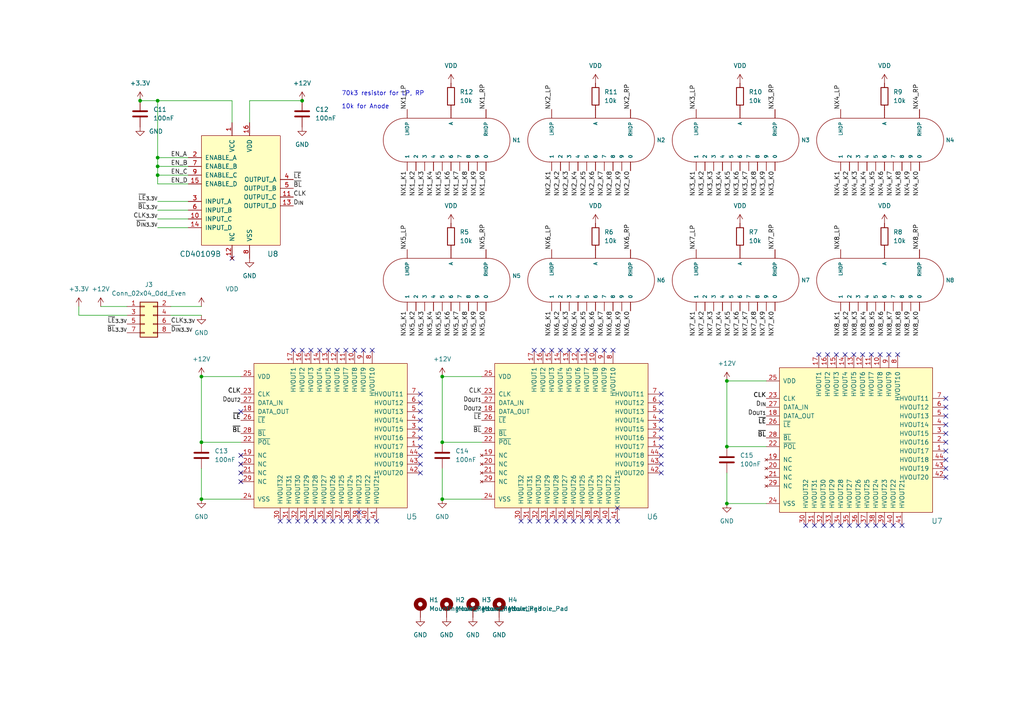
<source format=kicad_sch>
(kicad_sch (version 20230121) (generator eeschema)
  (paper "A4")
  (lib_symbols
    (symbol "Connector_Generic:Conn_02x04_Odd_Even" (pin_names (offset 1.016) hide)
      (property "Reference" "J" (at 1.27 5.08 0))
      (property "Value" "Conn_02x04_Odd_Even" (at 1.27 -7.62 0))
      (symbol "Conn_02x04_Odd_Even_1_1"
        (rectangle (start -1.27 -4.953) (end 0 -5.207) (stroke (width 0.1524)))
        (rectangle (start -1.27 -2.413) (end 0 -2.667) (stroke (width 0.1524)))
        (rectangle (start -1.27 0.127) (end 0 -0.127) (stroke (width 0.1524)))
        (rectangle (start -1.27 2.667) (end 0 2.413) (stroke (width 0.1524)))
        (rectangle (start -1.27 3.81) (end 3.81 -6.35) (stroke (width 0.254)) (fill (type background)))
        (rectangle (start 3.81 -4.953) (end 2.54 -5.207) (stroke (width 0.1524)))
        (rectangle (start 3.81 -2.413) (end 2.54 -2.667) (stroke (width 0.1524)))
        (rectangle (start 3.81 0.127) (end 2.54 -0.127) (stroke (width 0.1524)))
        (rectangle (start 3.81 2.667) (end 2.54 2.413) (stroke (width 0.1524)))
        (pin passive line (at -5.08 2.54 0) (length 3.81) (name "Pin_1") (number "1"))
        (pin passive line (at 7.62 2.54 180) (length 3.81) (name "Pin_2") (number "2"))
        (pin passive line (at -5.08 0 0) (length 3.81) (name "Pin_3") (number "3"))
        (pin passive line (at 7.62 0 180) (length 3.81) (name "Pin_4") (number "4"))
        (pin passive line (at -5.08 -2.54 0) (length 3.81) (name "Pin_5") (number "5"))
        (pin passive line (at 7.62 -2.54 180) (length 3.81) (name "Pin_6") (number "6"))
        (pin passive line (at -5.08 -5.08 0) (length 3.81) (name "Pin_7") (number "7"))
        (pin passive line (at 7.62 -5.08 180) (length 3.81) (name "Pin_8") (number "8"))
      )
    )
    (symbol "Device:C" (pin_numbers hide) (pin_names (offset 0.254))
      (property "Reference" "C" (at 0.635 2.54 0))
      (property "Value" "C" (at 0.635 -2.54 0))
      (symbol "C_0_1"
        (polyline (pts (xy -2.032 -0.762) (xy 2.032 -0.762)) (stroke (width 0.508)))
        (polyline (pts (xy -2.032 0.762) (xy 2.032 0.762)) (stroke (width 0.508)))
      )
      (symbol "C_1_1"
        (pin passive line (at 0 3.81 270) (length 2.794) (name "~") (number "1"))
        (pin passive line (at 0 -3.81 90) (length 2.794) (name "~") (number "2"))
      )
    )
    (symbol "Device:R" (pin_numbers hide) (pin_names (offset 0))
      (property "Reference" "R" (at 2.032 0 90))
      (property "Value" "R" (at 0 0 90))
      (symbol "R_0_1"
        (rectangle (start -1.016 -2.54) (end 1.016 2.54) (stroke (width 0.254)))
      )
      (symbol "R_1_1"
        (pin passive line (at 0 3.81 270) (length 1.27) (name "~") (number "1"))
        (pin passive line (at 0 -3.81 90) (length 1.27) (name "~") (number "2"))
      )
    )
    (symbol "IN-14:CD40109B-TubeClock" (pin_names (offset 1.016))
      (property "Reference" "U" (at 5.08 -16.51 0))
      (property "Value" "TubeClock_CD40109B" (at 8.89 17.78 0))
      (symbol "CD40109B-TubeClock_0_1"
        (rectangle (start -11.43 -15.24) (end 11.43 16.51) (fill (type background)))
      )
      (symbol "CD40109B-TubeClock_1_1"
        (pin power_in line (at -2.54 20.32 270) (length 3.81) (name "VCC") (number "1"))
        (pin input line (at -15.24 -7.62 0) (length 3.81) (name "INPUT_C") (number "10"))
        (pin output line (at 15.24 -1.27 180) (length 3.81) (name "OUTPUT_C") (number "11"))
        (pin no_connect line (at -2.54 -19.05 90) (length 3.81) (name "NC") (number "12"))
        (pin output line (at 15.24 -3.81 180) (length 3.81) (name "OUTPUT_D") (number "13"))
        (pin input line (at -15.24 -10.16 0) (length 3.81) (name "INPUT_D") (number "14"))
        (pin input line (at -15.24 2.54 0) (length 3.81) (name "ENABLE_D") (number "15"))
        (pin power_in line (at 2.54 20.32 270) (length 3.81) (name "VDD") (number "16"))
        (pin input line (at -15.24 10.16 0) (length 3.81) (name "ENABLE_A") (number "2"))
        (pin input line (at -15.24 -2.54 0) (length 3.81) (name "INPUT_A") (number "3"))
        (pin output line (at 15.24 3.81 180) (length 3.81) (name "OUTPUT_A") (number "4"))
        (pin output line (at 15.24 1.27 180) (length 3.81) (name "OUTPUT_B") (number "5"))
        (pin input line (at -15.24 -5.08 0) (length 3.81) (name "INPUT_B") (number "6"))
        (pin input line (at -15.24 7.62 0) (length 3.81) (name "ENABLE_B") (number "7"))
        (pin power_in line (at 2.54 -19.05 90) (length 3.81) (name "VSS") (number "8"))
        (pin input line (at -15.24 5.08 0) (length 3.81) (name "ENABLE_C") (number "9"))
      )
    )
    (symbol "IN-14:HV5622-TubeClock" (pin_names (offset 1.016))
      (property "Reference" "U" (at 20.32 -22.86 0))
      (property "Value" "TubeClock_HV5622" (at 17.78 21.59 0))
      (symbol "HV5622-TubeClock_0_1"
        (rectangle (start -22.86 -21.59) (end 21.59 20.32) (fill (type background)))
      )
      (symbol "HV5622-TubeClock_1_1"
        (pin output line (at 25.4 -3.81 180) (length 3.81) (name "HVOUT17") (number "1"))
        (pin output line (at 6.35 24.13 270) (length 3.81) (name "HVOUT8") (number "10"))
        (pin output line (at 3.81 24.13 270) (length 3.81) (name "HVOUT7") (number "11"))
        (pin output line (at 1.27 24.13 270) (length 3.81) (name "HVOUT6") (number "12"))
        (pin output line (at -1.27 24.13 270) (length 3.81) (name "HVOUT5") (number "13"))
        (pin output line (at -3.81 24.13 270) (length 3.81) (name "HVOUT4") (number "14"))
        (pin output line (at -6.35 24.13 270) (length 3.81) (name "HVOUT3") (number "15"))
        (pin output line (at -8.89 24.13 270) (length 3.81) (name "HVOUT2") (number "16"))
        (pin output line (at -11.43 24.13 270) (length 3.81) (name "HVOUT1") (number "17"))
        (pin output line (at -26.67 6.35 0) (length 3.81) (name "DATA_OUT") (number "18"))
        (pin no_connect line (at -26.67 -6.35 0) (length 3.81) (name "NC") (number "19"))
        (pin output line (at 25.4 -1.27 180) (length 3.81) (name "HVOUT16") (number "2"))
        (pin no_connect line (at -26.67 -8.89 0) (length 3.81) (name "NC") (number "20"))
        (pin no_connect line (at -26.67 -11.43 0) (length 3.81) (name "NC") (number "21"))
        (pin input line (at -26.67 -2.54 0) (length 3.81) (name "~{POL}") (number "22"))
        (pin input line (at -26.67 11.43 0) (length 3.81) (name "CLK") (number "23"))
        (pin power_in line (at -26.67 -19.05 0) (length 3.81) (name "VSS") (number "24"))
        (pin power_in line (at -26.67 16.51 0) (length 3.81) (name "VDD") (number "25"))
        (pin input line (at -26.67 3.81 0) (length 3.81) (name "~{LE}") (number "26"))
        (pin input line (at -26.67 8.89 0) (length 3.81) (name "DATA_IN") (number "27"))
        (pin input line (at -26.67 0 0) (length 3.81) (name "~{BL}") (number "28"))
        (pin no_connect line (at -26.67 -13.97 0) (length 3.81) (name "NC") (number "29"))
        (pin output line (at 25.4 1.27 180) (length 3.81) (name "HVOUT15") (number "3"))
        (pin output line (at -15.24 -25.4 90) (length 3.81) (name "HVOUT32") (number "30"))
        (pin output line (at -12.7 -25.4 90) (length 3.81) (name "HVOUT31") (number "31"))
        (pin output line (at -10.16 -25.4 90) (length 3.81) (name "HVOUT30") (number "32"))
        (pin output line (at -7.62 -25.4 90) (length 3.81) (name "HVOUT29") (number "33"))
        (pin output line (at -5.08 -25.4 90) (length 3.81) (name "HVOUT28") (number "34"))
        (pin output line (at -2.54 -25.4 90) (length 3.81) (name "HVOUT27") (number "35"))
        (pin output line (at 0 -25.4 90) (length 3.81) (name "HVOUT26") (number "36"))
        (pin output line (at 2.54 -25.4 90) (length 3.81) (name "HVOUT25") (number "37"))
        (pin output line (at 5.08 -25.4 90) (length 3.81) (name "HVOUT24") (number "38"))
        (pin output line (at 7.62 -25.4 90) (length 3.81) (name "HVOUT23") (number "39"))
        (pin output line (at 25.4 3.81 180) (length 3.81) (name "HVOUT14") (number "4"))
        (pin output line (at 10.16 -25.4 90) (length 3.81) (name "HVOUT22") (number "40"))
        (pin output line (at 12.7 -25.4 90) (length 3.81) (name "HVOUT21") (number "41"))
        (pin output line (at 25.4 -11.43 180) (length 3.81) (name "HVOUT20") (number "42"))
        (pin output line (at 25.4 -8.89 180) (length 3.81) (name "HVOUT19") (number "43"))
        (pin output line (at 25.4 -6.35 180) (length 3.81) (name "HVOUT18") (number "44"))
        (pin output line (at 25.4 6.35 180) (length 3.81) (name "HVOUT13") (number "5"))
        (pin output line (at 25.4 8.89 180) (length 3.81) (name "HVOUT12") (number "6"))
        (pin output line (at 25.4 11.43 180) (length 3.81) (name "HVOUT11") (number "7"))
        (pin output line (at 11.43 24.13 270) (length 3.81) (name "HVOUT10") (number "8"))
        (pin output line (at 8.89 24.13 270) (length 3.81) (name "HVOUT9") (number "9"))
      )
    )
    (symbol "Mechanical:MountingHole_Pad" (pin_numbers hide) (pin_names (offset 1.016) hide)
      (property "Reference" "H" (at 0 6.35 0))
      (property "Value" "MountingHole_Pad" (at 0 4.445 0))
      (symbol "MountingHole_Pad_0_1"
        (circle (center 0 1.27) (radius 1.27) (stroke (width 1.27)))
      )
      (symbol "MountingHole_Pad_1_1"
        (pin input line (at 0 -2.54 90) (length 2.54) (name "1") (number "1"))
      )
    )
    (symbol "NIXIE:HV" (power) (pin_names (offset 0))
      (property "Value" "HV" (at 0 5.08 0))
      (symbol "HV_0_1"
        (polyline (pts (xy -0.762 1.27) (xy 0 2.54)))
        (polyline (pts (xy 0 0) (xy 0 2.54)))
        (polyline (pts (xy 0 2.54) (xy 0.762 1.27)))
      )
      (symbol "HV_1_1"
        (pin power_in line (at 0 0 90) (length 0) hide (name "VDD") (number "1"))
      )
    )
    (symbol "nixies-us:IN-14" (pin_numbers hide) (pin_names (offset 1.016))
      (property "Reference" "N" (at -2.54 18.415 0))
      (symbol "IN-14_1_0"
        (polyline (pts (xy -5.08 -13.335) (xy -5.08 10.795)))
        (polyline (pts (xy 7.62 -13.335) (xy 7.62 10.795)))
      )
      (symbol "IN-14_1_1"
        (arc (start -5.08 -13.335) (mid 1.27 -19.6574) (end 7.62 -13.335))
        (arc (start 7.62 10.795) (mid 1.27 17.1174) (end -5.08 10.795))
        (pin bidirectional line (at -7.62 -12.7 0) (length 2.54) (name "0") (number "0"))
        (pin bidirectional line (at -7.62 10.16 0) (length 2.54) (name "1") (number "1"))
        (pin bidirectional line (at -7.62 7.62 0) (length 2.54) (name "2") (number "2"))
        (pin bidirectional line (at -7.62 5.08 0) (length 2.54) (name "3") (number "3"))
        (pin bidirectional line (at -7.62 2.54 0) (length 2.54) (name "4") (number "4"))
        (pin bidirectional line (at -7.62 0 0) (length 2.54) (name "5") (number "5"))
        (pin bidirectional line (at -7.62 -2.54 0) (length 2.54) (name "6") (number "6"))
        (pin bidirectional line (at -7.62 -5.08 0) (length 2.54) (name "7") (number "7"))
        (pin bidirectional line (at -7.62 -7.62 0) (length 2.54) (name "8") (number "8"))
        (pin bidirectional line (at -7.62 -10.16 0) (length 2.54) (name "9") (number "9"))
        (pin bidirectional line (at 10.16 -2.54 180) (length 2.54) (name "A") (number "A"))
        (pin bidirectional line (at 10.16 10.16 180) (length 2.54) (name "LHDP") (number "LHDP"))
        (pin bidirectional line (at 10.16 -12.7 180) (length 2.54) (name "RHDP") (number "RHDP"))
      )
    )
    (symbol "power:+12V" (power) (pin_names (offset 0))
      (property "Value" "+12V" (at 0 3.556 0))
      (symbol "+12V_0_1"
        (polyline (pts (xy -0.762 1.27) (xy 0 2.54)))
        (polyline (pts (xy 0 0) (xy 0 2.54)))
        (polyline (pts (xy 0 2.54) (xy 0.762 1.27)))
      )
      (symbol "+12V_1_1"
        (pin power_in line (at 0 0 90) (length 0) hide (name "+12V") (number "1"))
      )
    )
    (symbol "power:+3.3V" (power) (pin_names (offset 0))
      (property "Value" "+3.3V" (at 0 3.556 0))
      (symbol "+3.3V_0_1"
        (polyline (pts (xy -0.762 1.27) (xy 0 2.54)))
        (polyline (pts (xy 0 0) (xy 0 2.54)))
        (polyline (pts (xy 0 2.54) (xy 0.762 1.27)))
      )
      (symbol "+3.3V_1_1"
        (pin power_in line (at 0 0 90) (length 0) hide (name "+3.3V") (number "1"))
      )
    )
    (symbol "power:GND" (power) (pin_names (offset 0))
      (property "Value" "GND" (at 0 -3.81 0))
      (symbol "GND_0_1"
        (polyline (pts (xy 0 0) (xy 0 -1.27) (xy 1.27 -1.27) (xy 0 -2.54) (xy -1.27 -1.27) (xy 0 -1.27)))
      )
      (symbol "GND_1_1"
        (pin power_in line (at 0 0 270) (length 0) hide (name "GND") (number "1"))
      )
    )
  )
  (junction (at 45.72 50.8))
  (junction (at 128.27 109.22))
  (junction (at 210.82 110.49))
  (junction (at 58.42 144.78))
  (junction (at 210.82 129.54))
  (junction (at 45.72 48.26))
  (junction (at 128.27 144.78))
  (junction (at 128.27 128.27))
  (junction (at 58.42 109.22))
  (junction (at 45.72 29.21))
  (junction (at 45.72 45.72))
  (junction (at 58.42 128.27))
  (junction (at 40.64 29.21))
  (junction (at 87.63 29.21))
  (junction (at 210.82 146.05))
  (no_connect (at 170.18 101.6))
  (no_connect (at 101.6 151.13))
  (no_connect (at 274.32 128.27))
  (no_connect (at 176.53 151.13))
  (no_connect (at 274.32 125.73))
  (no_connect (at 165.1 101.6))
  (no_connect (at 121.92 134.62))
  (no_connect (at 121.92 137.16))
  (no_connect (at 243.84 152.4))
  (no_connect (at 240.03 102.87))
  (no_connect (at 166.37 151.13))
  (no_connect (at 95.25 101.6))
  (no_connect (at 236.22 152.4))
  (no_connect (at 191.77 116.84))
  (no_connect (at 121.92 132.08))
  (no_connect (at 251.46 152.4))
  (no_connect (at 86.36 151.13))
  (no_connect (at 167.64 101.6))
  (no_connect (at 156.21 151.13))
  (no_connect (at 233.68 152.4))
  (no_connect (at 154.94 101.6))
  (no_connect (at 121.92 124.46))
  (no_connect (at 121.92 129.54))
  (no_connect (at 191.77 124.46))
  (no_connect (at 102.87 101.6))
  (no_connect (at 106.68 151.13))
  (no_connect (at 121.92 121.92))
  (no_connect (at 274.32 120.65))
  (no_connect (at 97.79 101.6))
  (no_connect (at 104.14 151.13))
  (no_connect (at 237.49 102.87))
  (no_connect (at 175.26 101.6))
  (no_connect (at 191.77 119.38))
  (no_connect (at 69.85 132.08))
  (no_connect (at 246.38 152.4))
  (no_connect (at 99.06 151.13))
  (no_connect (at 248.92 152.4))
  (no_connect (at 162.56 101.6))
  (no_connect (at 81.28 151.13))
  (no_connect (at 179.07 151.13))
  (no_connect (at 191.77 121.92))
  (no_connect (at 274.32 123.19))
  (no_connect (at 96.52 151.13))
  (no_connect (at 93.98 151.13))
  (no_connect (at 245.11 102.87))
  (no_connect (at 153.67 151.13))
  (no_connect (at 247.65 102.87))
  (no_connect (at 191.77 114.3))
  (no_connect (at 274.32 133.35))
  (no_connect (at 69.85 119.38))
  (no_connect (at 274.32 118.11))
  (no_connect (at 173.99 151.13))
  (no_connect (at 171.45 151.13))
  (no_connect (at 104.14 148.59))
  (no_connect (at 172.72 101.6))
  (no_connect (at 160.02 101.6))
  (no_connect (at 161.29 151.13))
  (no_connect (at 67.31 74.93))
  (no_connect (at 255.27 102.87))
  (no_connect (at 242.57 102.87))
  (no_connect (at 121.92 114.3))
  (no_connect (at 121.92 127))
  (no_connect (at 85.09 101.6))
  (no_connect (at 83.82 151.13))
  (no_connect (at 261.62 152.4))
  (no_connect (at 256.54 152.4))
  (no_connect (at 274.32 130.81))
  (no_connect (at 69.85 137.16))
  (no_connect (at 191.77 129.54))
  (no_connect (at 121.92 119.38))
  (no_connect (at 121.92 116.84))
  (no_connect (at 254 152.4))
  (no_connect (at 257.81 102.87))
  (no_connect (at 88.9 151.13))
  (no_connect (at 177.8 101.6))
  (no_connect (at 91.44 151.13))
  (no_connect (at 179.07 147.32))
  (no_connect (at 90.17 101.6))
  (no_connect (at 252.73 102.87))
  (no_connect (at 168.91 151.13))
  (no_connect (at 109.22 151.13))
  (no_connect (at 191.77 127))
  (no_connect (at 191.77 134.62))
  (no_connect (at 100.33 101.6))
  (no_connect (at 87.63 101.6))
  (no_connect (at 274.32 138.43))
  (no_connect (at 107.95 101.6))
  (no_connect (at 191.77 137.16))
  (no_connect (at 250.19 102.87))
  (no_connect (at 105.41 101.6))
  (no_connect (at 69.85 134.62))
  (no_connect (at 274.32 115.57))
  (no_connect (at 260.35 102.87))
  (no_connect (at 259.08 152.4))
  (no_connect (at 157.48 101.6))
  (no_connect (at 158.75 151.13))
  (no_connect (at 241.3 152.4))
  (no_connect (at 92.71 101.6))
  (no_connect (at 191.77 132.08))
  (no_connect (at 69.85 139.7))
  (no_connect (at 163.83 151.13))
  (no_connect (at 274.32 135.89))
  (no_connect (at 238.76 152.4))
  (no_connect (at 151.13 151.13))
  (wire (pts (xy 40.64 29.21) (xy 45.72 29.21)))
  (wire (pts (xy 45.72 48.26) (xy 45.72 50.8)))
  (wire (pts (xy 54.61 50.8) (xy 45.72 50.8)))
  (wire (pts (xy 128.27 109.22) (xy 139.7 109.22)))
  (wire (pts (xy 54.61 60.96) (xy 45.72 60.96)))
  (wire (pts (xy 54.61 63.5) (xy 45.72 63.5)))
  (wire (pts (xy 22.86 88.9) (xy 22.86 91.44)))
  (wire (pts (xy 54.61 66.04) (xy 45.72 66.04)))
  (wire (pts (xy 58.42 128.27) (xy 58.42 109.22)))
  (wire (pts (xy 72.39 35.56) (xy 72.39 29.21)))
  (wire (pts (xy 210.82 137.16) (xy 210.82 146.05)))
  (wire (pts (xy 54.61 58.42) (xy 45.72 58.42)))
  (wire (pts (xy 210.82 129.54) (xy 222.25 129.54)))
  (wire (pts (xy 128.27 135.89) (xy 128.27 144.78)))
  (wire (pts (xy 128.27 144.78) (xy 139.7 144.78)))
  (wire (pts (xy 45.72 29.21) (xy 45.72 45.72)))
  (wire (pts (xy 58.42 144.78) (xy 69.85 144.78)))
  (wire (pts (xy 45.72 53.34) (xy 45.72 50.8)))
  (wire (pts (xy 58.42 109.22) (xy 69.85 109.22)))
  (wire (pts (xy 72.39 29.21) (xy 87.63 29.21)))
  (wire (pts (xy 128.27 128.27) (xy 128.27 109.22)))
  (wire (pts (xy 58.42 88.9) (xy 49.53 88.9)))
  (wire (pts (xy 58.42 128.27) (xy 69.85 128.27)))
  (wire (pts (xy 45.72 45.72) (xy 45.72 48.26)))
  (wire (pts (xy 128.27 128.27) (xy 139.7 128.27)))
  (wire (pts (xy 54.61 53.34) (xy 45.72 53.34)))
  (wire (pts (xy 29.21 88.9) (xy 36.83 88.9)))
  (wire (pts (xy 210.82 146.05) (xy 222.25 146.05)))
  (wire (pts (xy 58.42 91.44) (xy 49.53 91.44)))
  (wire (pts (xy 67.31 35.56) (xy 67.31 29.21)))
  (wire (pts (xy 45.72 29.21) (xy 67.31 29.21)))
  (wire (pts (xy 210.82 129.54) (xy 210.82 110.49)))
  (wire (pts (xy 54.61 45.72) (xy 45.72 45.72)))
  (wire (pts (xy 22.86 91.44) (xy 36.83 91.44)))
  (wire (pts (xy 210.82 110.49) (xy 222.25 110.49)))
  (wire (pts (xy 54.61 48.26) (xy 45.72 48.26)))
  (wire (pts (xy 58.42 135.89) (xy 58.42 144.78)))
  (text "10k for Anode\n" (at 99.06 31.75 0) (effects (font (size 1.27 1.27)) (justify left bottom)))
  (text "70k3 resistor for LP, RP" (at 99.06 27.94 0) (effects (font (size 1.27 1.27)) (justify left bottom)))
  (label "NX6_K0" (at 182.88 90.17 270))
  (label "~{LE}" (at 222.25 123.19 180))
  (label "~{BL}" (at 222.25 127 180))
  (label "NX6_K5" (at 170.18 90.17 270))
  (label "NX2_K4" (at 167.64 49.53 270))
  (label "NX1_K5" (at 128.27 49.53 270))
  (label "NX6_K9" (at 180.34 90.17 270))
  (label "CLK" (at 69.85 114.3 180))
  (label "NX5_K7" (at 133.35 90.17 270))
  (label "NX2_K5" (at 170.18 49.53 270))
  (label "NX2_RP" (at 182.88 31.75 90))
  (label "D_{IN}" (at 85.09 59.69 0))
  (label "NX7_K8" (at 219.71 90.17 270))
  (label "NX3_K6" (at 214.63 49.53 270))
  (label "NX7_K2" (at 204.47 90.17 270))
  (label "NX2_K1" (at 160.02 49.53 270))
  (label "NX5_K2" (at 120.65 90.17 270))
  (label "NX4_K7" (at 259.08 49.53 270))
  (label "NX5_K4" (at 125.73 90.17 270))
  (label "D_{OUT2}" (at 69.85 116.84 180))
  (label "NX8_RP" (at 266.7 72.39 90))
  (label "NX3_K2" (at 204.47 49.53 270))
  (label "NX7_LP" (at 201.93 72.39 90))
  (label "NX3_K8" (at 219.71 49.53 270))
  (label "D_{OUT2}" (at 139.7 119.38 180))
  (label "NX3_K9" (at 222.25 49.53 270))
  (label "NX7_K4" (at 209.55 90.17 270))
  (label "NX4_RP" (at 266.7 31.75 90))
  (label "NX4_K0" (at 266.7 49.53 270))
  (label "NX2_K3" (at 165.1 49.53 270))
  (label "NX8_K5" (at 254 90.17 270))
  (label "NX6_RP" (at 182.88 72.39 90))
  (label "NX5_K0" (at 140.97 90.17 270))
  (label "NX6_K6" (at 172.72 90.17 270))
  (label "NX4_K4" (at 251.46 49.53 270))
  (label "CLK" (at 139.7 114.3 180))
  (label "NX6_LP" (at 160.02 72.39 90))
  (label "~{BL}" (at 222.25 127 180))
  (label "EN_B" (at 49.53 48.26 0))
  (label "NX4_K2" (at 246.38 49.53 270))
  (label "NX7_K0" (at 224.79 90.17 270))
  (label "~{BL}" (at 139.7 125.73 180))
  (label "NX8_K1" (at 243.84 90.17 270))
  (label "NX6_K2" (at 162.56 90.17 270))
  (label "NX3_K0" (at 224.79 49.53 270))
  (label "NX1_K2" (at 120.65 49.53 270))
  (label "NX5_RP" (at 140.97 72.39 90))
  (label "~{LE}" (at 69.85 121.92 180))
  (label "NX4_K1" (at 243.84 49.53 270))
  (label "NX8_K3" (at 248.92 90.17 270))
  (label "NX4_K8" (at 261.62 49.53 270))
  (label "NX7_RP" (at 224.79 72.39 90))
  (label "EN_D" (at 49.53 53.34 0))
  (label "NX8_K8" (at 261.62 90.17 270))
  (label "NX1_K9" (at 138.43 49.53 270))
  (label "CLK" (at 222.25 115.57 180))
  (label "NX3_K3" (at 207.01 49.53 270))
  (label "NX5_K5" (at 128.27 90.17 270))
  (label "NX8_K9" (at 264.16 90.17 270))
  (label "NX8_LP" (at 243.84 72.39 90))
  (label "NX6_K1" (at 160.02 90.17 270))
  (label "NX7_K3" (at 207.01 90.17 270))
  (label "NX6_K3" (at 165.1 90.17 270))
  (label "NX7_K6" (at 214.63 90.17 270))
  (label "NX7_K5" (at 212.09 90.17 270))
  (label "NX4_K5" (at 254 49.53 270))
  (label "~{BL}_{3.3V}" (at 36.83 96.52 180))
  (label "~{D_{IN}}_{3.3V}" (at 49.53 96.52 0))
  (label "NX7_K9" (at 222.25 90.17 270))
  (label "~{BL}_{3.3V}" (at 45.72 60.96 180))
  (label "NX6_K7" (at 175.26 90.17 270))
  (label "NX5_LP" (at 118.11 72.39 90))
  (label "~{LE}_{3.3V}" (at 45.72 58.42 180))
  (label "~{BL}" (at 85.09 54.61 0))
  (label "NX2_LP" (at 160.02 31.75 90))
  (label "NX3_RP" (at 224.79 31.75 90))
  (label "~{D_{IN}}_{3.3V}" (at 45.72 66.04 180))
  (label "NX8_K7" (at 259.08 90.17 270))
  (label "NX1_K4" (at 125.73 49.53 270))
  (label "NX3_K4" (at 209.55 49.53 270))
  (label "NX2_K7" (at 175.26 49.53 270))
  (label "NX3_K1" (at 201.93 49.53 270))
  (label "NX1_K0" (at 140.97 49.53 270))
  (label "NX8_K6" (at 256.54 90.17 270))
  (label "NX2_K0" (at 182.88 49.53 270))
  (label "~{LE}_{3.3V}" (at 36.83 93.98 180))
  (label "~{BL}" (at 69.85 125.73 180))
  (label "NX6_K4" (at 167.64 90.17 270))
  (label "NX1_K3" (at 123.19 49.53 270))
  (label "~{LE}" (at 69.85 121.92 180))
  (label "NX2_K9" (at 180.34 49.53 270))
  (label "CLK" (at 85.09 57.15 0))
  (label "CLK" (at 69.85 114.3 180))
  (label "NX4_K6" (at 256.54 49.53 270))
  (label "NX2_K2" (at 162.56 49.53 270))
  (label "NX5_K3" (at 123.19 90.17 270))
  (label "NX5_K1" (at 118.11 90.17 270))
  (label "NX1_K7" (at 133.35 49.53 270))
  (label "NX3_K7" (at 217.17 49.53 270))
  (label "NX5_K6" (at 130.81 90.17 270))
  (label "CLK_{3.3V}" (at 45.72 63.5 180))
  (label "NX1_K6" (at 130.81 49.53 270))
  (label "NX8_K2" (at 246.38 90.17 270))
  (label "NX2_K8" (at 177.8 49.53 270))
  (label "NX6_K8" (at 177.8 90.17 270))
  (label "NX7_K7" (at 217.17 90.17 270))
  (label "NX8_K0" (at 266.7 90.17 270))
  (label "NX5_K9" (at 138.43 90.17 270))
  (label "NX3_K5" (at 212.09 49.53 270))
  (label "NX7_K1" (at 201.93 90.17 270))
  (label "NX4_K9" (at 264.16 49.53 270))
  (label "D_{IN}" (at 222.25 118.11 180))
  (label "D_{OUT1}" (at 139.7 116.84 180))
  (label "NX4_K3" (at 248.92 49.53 270))
  (label "~{LE}" (at 222.25 123.19 180))
  (label "NX1_K1" (at 118.11 49.53 270))
  (label "NX8_K4" (at 251.46 90.17 270))
  (label "CLK" (at 222.25 115.57 180))
  (label "~{BL}" (at 69.85 125.73 180))
  (label "NX4_LP" (at 243.84 31.75 90))
  (label "NX3_LP" (at 201.93 31.75 90))
  (label "NX1_K8" (at 135.89 49.53 270))
  (label "~{LE}" (at 139.7 121.92 180))
  (label "NX2_K6" (at 172.72 49.53 270))
  (label "NX1_RP" (at 140.97 31.75 90))
  (label "NX1_LP" (at 118.11 31.75 90))
  (label "CLK_{3.3V}" (at 49.53 93.98 0))
  (label "~{LE}" (at 85.09 52.07 0))
  (label "NX5_K8" (at 135.89 90.17 270))
  (label "EN_A" (at 49.53 45.72 0))
  (label "D_{OUT1}" (at 222.25 120.65 180))
  (label "EN_C" (at 49.53 50.8 0))
  (symbol (lib_id "Device:R") (at 130.81 27.94 180) (unit 1)
    (property "Reference" "R12" (at 133.35 26.67 0) (effects (justify right)))
    (property "Value" "10k" (at 133.35 29.21 0) (effects (justify right)))
    (property "Footprint" "Resistor_SMD:R_0603_1608Metric_Pad0.98x0.95mm_HandSolder" (effects hide))
  )
  (symbol (lib_id "power:GND") (at 58.42 91.44 0) (mirror y) (unit 1)
    (property "Reference" "#PWR055" (effects hide))
    (property "Value" "GND" (at 58.42 96.52 0))
  )
  (symbol (lib_id "Device:C") (at 128.27 132.08 0) (unit 1)
    (property "Reference" "C14" (at 132.08 130.81 0) (effects (justify left)))
    (property "Value" "100nF" (at 132.08 133.35 0) (effects (justify left)))
    (property "Footprint" "Capacitor_SMD:C_0805_2012Metric_Pad1.18x1.45mm_HandSolder" (effects hide))
  )
  (symbol (lib_id "power:GND") (at 144.78 179.07 0) (unit 1)
    (property "Reference" "#PWR059" (effects hide))
    (property "Value" "GND" (at 144.78 184.15 0))
  )
  (symbol (lib_id "power:GND") (at 72.39 74.93 0) (unit 1)
    (property "Reference" "#PWR041" (effects hide))
    (property "Value" "GND" (at 72.39 80.01 0))
  )
  (symbol (lib_id "power:+12V") (at 210.82 110.49 0) (unit 1)
    (property "Reference" "#PWR050" (effects hide))
    (property "Value" "+12V" (at 210.82 105.41 0))
  )
  (symbol (lib_id "NIXIE:HV") (at 58.42 88.9 0) (unit 1)
    (property "Reference" "#PWR053" (effects hide))
    (property "Value" "HV" (at 67.31 83.82 0))
  )
  (symbol (lib_id "Device:R") (at 130.81 68.58 180) (unit 1)
    (property "Reference" "R5" (at 133.35 67.31 0) (effects (justify right)))
    (property "Value" "10k" (at 133.35 69.85 0) (effects (justify right)))
    (property "Footprint" "Resistor_SMD:R_0603_1608Metric_Pad0.98x0.95mm_HandSolder" (effects hide))
  )
  (symbol (lib_id "power:GND") (at 58.42 144.78 0) (unit 1)
    (property "Reference" "#PWR048" (effects hide))
    (property "Value" "GND" (at 58.42 149.86 0))
  )
  (symbol (lib_id "NIXIE:HV") (at 172.72 24.13 0) (unit 1)
    (property "Reference" "#PWR037" (effects hide))
    (property "Value" "HV" (at 172.72 19.05 0))
  )
  (symbol (lib_id "Device:C") (at 87.63 33.02 0) (unit 1)
    (property "Reference" "C12" (at 91.44 31.75 0) (effects (justify left)))
    (property "Value" "100nF" (at 91.44 34.29 0) (effects (justify left)))
    (property "Footprint" "Capacitor_SMD:C_0603_1608Metric_Pad1.08x0.95mm_HandSolder" (effects hide))
  )
  (symbol (lib_id "Mechanical:MountingHole_Pad") (at 144.78 176.53 0) (unit 1)
    (property "Reference" "H4" (at 147.32 173.99 0) (effects (justify left)))
    (property "Value" "MountingHole_Pad" (at 147.32 176.53 0) (effects (justify left)))
    (property "Footprint" "MountingHole:MountingHole_3.2mm_M3_Pad_Via" (effects hide))
  )
  (symbol (lib_id "Device:R") (at 256.54 68.58 180) (unit 1)
    (property "Reference" "R8" (at 259.08 67.31 0) (effects (justify right)))
    (property "Value" "10k" (at 259.08 69.85 0) (effects (justify right)))
    (property "Footprint" "Resistor_SMD:R_0603_1608Metric_Pad0.98x0.95mm_HandSolder" (effects hide))
  )
  (symbol (lib_id "nixies-us:IN-14") (at 128.27 82.55 90) (unit 1)
    (property "Reference" "N5" (at 148.59 80.01 90) (effects (font (size 1.143 1.143)) (justify right)))
    (property "Value" "IN-14" (effects hide))
    (property "Footprint" "nixies-us:nixies-us-IN-14" (effects hide))
  )
  (symbol (lib_id "nixies-us:IN-14") (at 254 82.55 90) (unit 1)
    (property "Reference" "N8" (at 274.32 81.28 90) (effects (font (size 1.143 1.143)) (justify right)))
    (property "Value" "IN-14" (effects hide))
    (property "Footprint" "nixies-us:nixies-us-IN-14" (effects hide))
  )
  (symbol (lib_id "power:GND") (at 210.82 146.05 0) (unit 1)
    (property "Reference" "#PWR051" (effects hide))
    (property "Value" "GND" (at 210.82 151.13 0))
  )
  (symbol (lib_id "Device:R") (at 172.72 68.58 180) (unit 1)
    (property "Reference" "R6" (at 175.26 67.31 0) (effects (justify right)))
    (property "Value" "10k" (at 175.26 69.85 0) (effects (justify right)))
    (property "Footprint" "Resistor_SMD:R_0603_1608Metric_Pad0.98x0.95mm_HandSolder" (effects hide))
  )
  (symbol (lib_id "power:+12V") (at 128.27 109.22 0) (unit 1)
    (property "Reference" "#PWR049" (effects hide))
    (property "Value" "+12V" (at 128.27 104.14 0))
  )
  (symbol (lib_id "NIXIE:HV") (at 256.54 64.77 0) (unit 1)
    (property "Reference" "#PWR034" (effects hide))
    (property "Value" "HV" (at 256.54 59.69 0))
  )
  (symbol (lib_id "nixies-us:IN-14") (at 170.18 41.91 90) (unit 1)
    (property "Reference" "N2" (at 190.5 40.64 90) (effects (font (size 1.143 1.143)) (justify right)))
    (property "Value" "IN-14" (effects hide))
    (property "Footprint" "nixies-us:nixies-us-IN-14" (effects hide))
  )
  (symbol (lib_id "NIXIE:HV") (at 130.81 24.13 0) (unit 1)
    (property "Reference" "#PWR038" (effects hide))
    (property "Value" "HV" (at 130.81 19.05 0))
  )
  (symbol (lib_id "nixies-us:IN-14") (at 128.27 41.91 90) (unit 1)
    (property "Reference" "N1" (at 148.59 40.64 90) (effects (font (size 1.143 1.143)) (justify right)))
    (property "Value" "IN-14" (effects hide))
    (property "Footprint" "nixies-us:nixies-us-IN-14" (effects hide))
  )
  (symbol (lib_id "Mechanical:MountingHole_Pad") (at 137.16 176.53 0) (unit 1)
    (property "Reference" "H3" (at 139.7 173.99 0) (effects (justify left)))
    (property "Value" "MountingHole_Pad" (at 139.7 176.53 0) (effects (justify left)))
    (property "Footprint" "MountingHole:MountingHole_3.2mm_M3_Pad_Via" (effects hide))
  )
  (symbol (lib_id "Device:R") (at 172.72 27.94 180) (unit 1)
    (property "Reference" "R11" (at 175.26 26.67 0) (effects (justify right)))
    (property "Value" "10k" (at 175.26 29.21 0) (effects (justify right)))
    (property "Footprint" "Resistor_SMD:R_0603_1608Metric_Pad0.98x0.95mm_HandSolder" (effects hide))
  )
  (symbol (lib_id "IN-14:HV5622-TubeClock") (at 96.52 125.73 0) (unit 1)
    (property "Reference" "U5" (at 119.38 149.86 0) (effects (font (size 1.524 1.524))))
    (property "Value" "TubeClock_HV5622" (effects hide))
    (property "Footprint" "Package_LCC:PLCC-44_16.6x16.6mm_P1.27mm" (effects hide))
  )
  (symbol (lib_id "power:+12V") (at 87.63 29.21 0) (unit 1)
    (property "Reference" "#PWR042" (effects hide))
    (property "Value" "+12V" (at 87.63 24.13 0))
  )
  (symbol (lib_id "Mechanical:MountingHole_Pad") (at 121.92 176.53 0) (unit 1)
    (property "Reference" "H1" (at 124.46 173.99 0) (effects (justify left)))
    (property "Value" "MountingHole_Pad" (at 124.46 176.53 0) (effects (justify left)))
    (property "Footprint" "MountingHole:MountingHole_3.2mm_M3_Pad_Via" (effects hide))
  )
  (symbol (lib_id "Device:R") (at 256.54 27.94 180) (unit 1)
    (property "Reference" "R9" (at 259.08 26.67 0) (effects (justify right)))
    (property "Value" "10k" (at 259.08 29.21 0) (effects (justify right)))
    (property "Footprint" "Resistor_SMD:R_0603_1608Metric_Pad0.98x0.95mm_HandSolder" (effects hide))
  )
  (symbol (lib_id "Device:C") (at 210.82 133.35 0) (unit 1)
    (property "Reference" "C15" (at 214.63 132.08 0) (effects (justify left)))
    (property "Value" "100nF" (at 214.63 134.62 0) (effects (justify left)))
    (property "Footprint" "Capacitor_SMD:C_0805_2012Metric_Pad1.18x1.45mm_HandSolder" (effects hide))
  )
  (symbol (lib_id "power:+12V") (at 29.21 88.9 0) (unit 1)
    (property "Reference" "#PWR054" (effects hide))
    (property "Value" "+12V" (at 29.21 83.82 0))
  )
  (symbol (lib_id "nixies-us:IN-14") (at 212.09 82.55 90) (unit 1)
    (property "Reference" "N7" (at 232.41 81.28 90) (effects (font (size 1.143 1.143)) (justify right)))
    (property "Value" "IN-14" (effects hide))
    (property "Footprint" "nixies-us:nixies-us-IN-14" (effects hide))
  )
  (symbol (lib_id "Device:C") (at 40.64 33.02 0) (mirror y) (unit 1)
    (property "Reference" "C11" (at 44.45 31.75 0) (effects (justify right)))
    (property "Value" "100nF" (at 44.45 34.29 0) (effects (justify right)))
    (property "Footprint" "Capacitor_SMD:C_0603_1608Metric_Pad1.08x0.95mm_HandSolder" (effects hide))
  )
  (symbol (lib_id "power:GND") (at 129.54 179.07 0) (unit 1)
    (property "Reference" "#PWR057" (effects hide))
    (property "Value" "GND" (at 129.54 184.15 0))
  )
  (symbol (lib_id "nixies-us:IN-14") (at 170.18 82.55 90) (unit 1)
    (property "Reference" "N6" (at 190.5 81.28 90) (effects (font (size 1.143 1.143)) (justify right)))
    (property "Value" "IN-14" (effects hide))
    (property "Footprint" "nixies-us:nixies-us-IN-14" (effects hide))
  )
  (symbol (lib_id "power:+3.3V") (at 40.64 29.21 0) (unit 1)
    (property "Reference" "#PWR044" (effects hide))
    (property "Value" "+3.3V" (at 40.64 24.13 0))
  )
  (symbol (lib_id "IN-14:CD40109B-TubeClock") (at 69.85 55.88 0) (unit 1)
    (property "Reference" "U8" (at 77.47 73.66 0) (effects (font (size 1.524 1.524)) (justify left)))
    (property "Value" "CD40109B" (at 52.07 73.66 0) (effects (font (size 1.524 1.524)) (justify left)))
    (property "Footprint" "Package_SO:SOIC-16W_5.3x10.2mm_P1.27mm" (effects hide))
  )
  (symbol (lib_id "Device:R") (at 214.63 68.58 180) (unit 1)
    (property "Reference" "R7" (at 217.17 67.31 0) (effects (justify right)))
    (property "Value" "10k" (at 217.17 69.85 0) (effects (justify right)))
    (property "Footprint" "Resistor_SMD:R_0603_1608Metric_Pad0.98x0.95mm_HandSolder" (effects hide))
  )
  (symbol (lib_id "Device:C") (at 58.42 132.08 0) (unit 1)
    (property "Reference" "C13" (at 62.23 130.81 0) (effects (justify left)))
    (property "Value" "100nF" (at 62.23 133.35 0) (effects (justify left)))
    (property "Footprint" "Capacitor_SMD:C_0805_2012Metric_Pad1.18x1.45mm_HandSolder" (effects hide))
  )
  (symbol (lib_id "power:+12V") (at 58.42 109.22 0) (unit 1)
    (property "Reference" "#PWR028" (effects hide))
    (property "Value" "+12V" (at 58.42 104.14 0))
  )
  (symbol (lib_id "power:GND") (at 137.16 179.07 0) (unit 1)
    (property "Reference" "#PWR058" (effects hide))
    (property "Value" "GND" (at 137.16 184.15 0))
  )
  (symbol (lib_id "NIXIE:HV") (at 214.63 24.13 0) (unit 1)
    (property "Reference" "#PWR036" (effects hide))
    (property "Value" "HV" (at 214.63 19.05 0))
  )
  (symbol (lib_id "NIXIE:HV") (at 214.63 64.77 0) (unit 1)
    (property "Reference" "#PWR033" (effects hide))
    (property "Value" "HV" (at 214.63 59.69 0))
  )
  (symbol (lib_id "power:GND") (at 87.63 36.83 0) (unit 1)
    (property "Reference" "#PWR043" (effects hide))
    (property "Value" "GND" (at 87.63 41.91 0))
  )
  (symbol (lib_id "power:+3.3V") (at 22.86 88.9 0) (unit 1)
    (property "Reference" "#PWR052" (effects hide))
    (property "Value" "+3.3V" (at 22.86 83.82 0))
  )
  (symbol (lib_id "power:GND") (at 128.27 144.78 0) (unit 1)
    (property "Reference" "#PWR046" (effects hide))
    (property "Value" "GND" (at 128.27 149.86 0))
  )
  (symbol (lib_id "nixies-us:IN-14") (at 212.09 41.91 90) (unit 1)
    (property "Reference" "N3" (at 232.41 40.64 90) (effects (font (size 1.143 1.143)) (justify right)))
    (property "Value" "IN-14" (effects hide))
    (property "Footprint" "nixies-us:nixies-us-IN-14" (effects hide))
  )
  (symbol (lib_id "power:GND") (at 40.64 36.83 0) (mirror y) (unit 1)
    (property "Reference" "#PWR047" (effects hide))
    (property "Value" "GND" (at 43.18 38.1 0) (effects (justify right)))
  )
  (symbol (lib_id "NIXIE:HV") (at 172.72 64.77 0) (unit 1)
    (property "Reference" "#PWR039" (effects hide))
    (property "Value" "HV" (at 172.72 59.69 0))
  )
  (symbol (lib_id "Connector_Generic:Conn_02x04_Odd_Even") (at 41.91 91.44 0) (unit 1)
    (property "Reference" "J3" (at 43.18 82.55 0))
    (property "Value" "Conn_02x04_Odd_Even" (at 43.18 85.09 0))
    (property "Footprint" "Connector_PinSocket_2.54mm:PinSocket_2x04_P2.54mm_Vertical" (effects hide))
  )
  (symbol (lib_id "Mechanical:MountingHole_Pad") (at 129.54 176.53 0) (unit 1)
    (property "Reference" "H2" (at 132.08 173.99 0) (effects (justify left)))
    (property "Value" "MountingHole_Pad" (at 132.08 176.53 0) (effects (justify left)))
    (property "Footprint" "MountingHole:MountingHole_3.2mm_M3_Pad_Via" (effects hide))
  )
  (symbol (lib_id "nixies-us:IN-14") (at 254 41.91 90) (unit 1)
    (property "Reference" "N4" (at 274.32 40.64 90) (effects (font (size 1.143 1.143)) (justify right)))
    (property "Value" "IN-14" (effects hide))
    (property "Footprint" "nixies-us:nixies-us-IN-14" (effects hide))
  )
  (symbol (lib_id "NIXIE:HV") (at 130.81 64.77 0) (unit 1)
    (property "Reference" "#PWR040" (effects hide))
    (property "Value" "HV" (at 130.81 59.69 0))
  )
  (symbol (lib_id "IN-14:HV5622-TubeClock") (at 166.37 125.73 0) (unit 1)
    (property "Reference" "U6" (at 189.23 149.86 0) (effects (font (size 1.524 1.524))))
    (property "Value" "TubeClock_HV5622" (effects hide))
    (property "Footprint" "Package_LCC:PLCC-44_16.6x16.6mm_P1.27mm" (effects hide))
  )
  (symbol (lib_id "NIXIE:HV") (at 256.54 24.13 0) (unit 1)
    (property "Reference" "#PWR035" (effects hide))
    (property "Value" "HV" (at 256.54 19.05 0))
  )
  (symbol (lib_id "IN-14:HV5622-TubeClock") (at 248.92 127 0) (unit 1)
    (property "Reference" "U7" (at 271.78 151.13 0) (effects (font (size 1.524 1.524))))
    (property "Value" "TubeClock_HV5622" (effects hide))
    (property "Footprint" "Package_LCC:PLCC-44_16.6x16.6mm_P1.27mm" (effects hide))
  )
  (symbol (lib_id "Device:R") (at 214.63 27.94 180) (unit 1)
    (property "Reference" "R10" (at 217.17 26.67 0) (effects (justify right)))
    (property "Value" "10k" (at 217.17 29.21 0) (effects (justify right)))
    (property "Footprint" "Resistor_SMD:R_0603_1608Metric_Pad0.98x0.95mm_HandSolder" (effects hide))
  )
  (symbol (lib_id "power:GND") (at 121.92 179.07 0) (unit 1)
    (property "Reference" "#PWR056" (effects hide))
    (property "Value" "GND" (at 121.92 184.15 0))
  )
)
</source>
